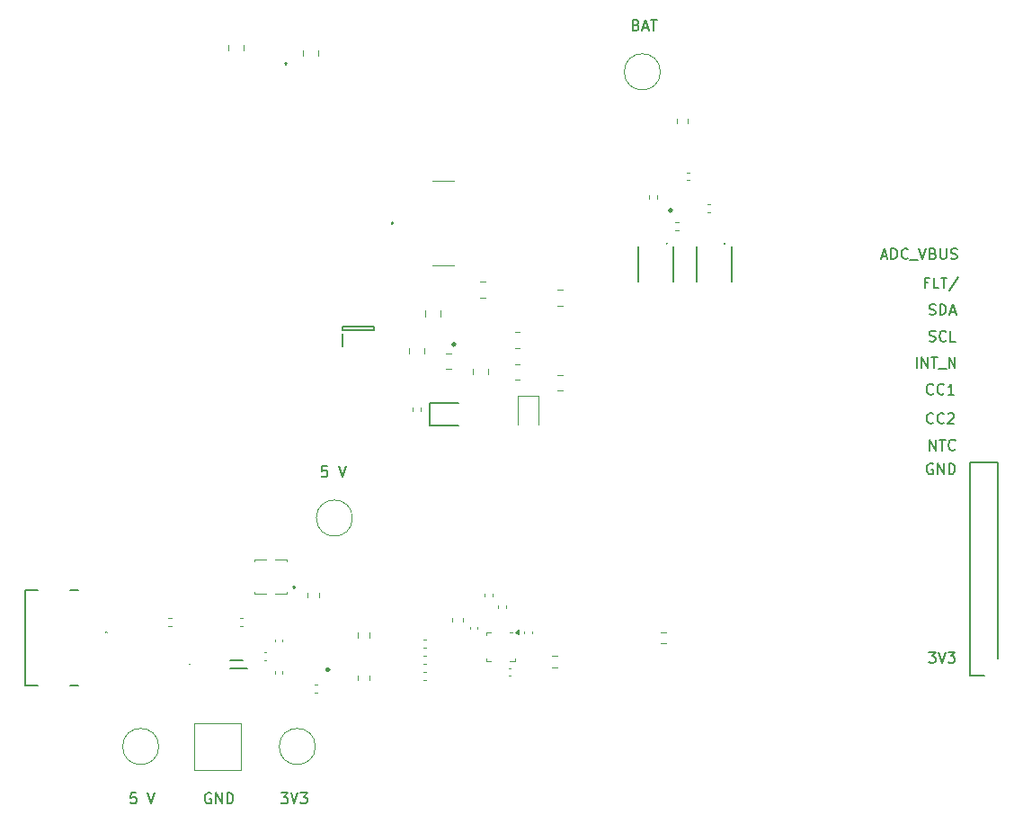
<source format=gbr>
%TF.GenerationSoftware,KiCad,Pcbnew,8.0.8*%
%TF.CreationDate,2025-03-29T17:39:48+01:00*%
%TF.ProjectId,eps,6570732e-6b69-4636-9164-5f7063625858,rev?*%
%TF.SameCoordinates,PX55d4a80PY8044ea0*%
%TF.FileFunction,Legend,Top*%
%TF.FilePolarity,Positive*%
%FSLAX46Y46*%
G04 Gerber Fmt 4.6, Leading zero omitted, Abs format (unit mm)*
G04 Created by KiCad (PCBNEW 8.0.8) date 2025-03-29 17:39:48*
%MOMM*%
%LPD*%
G01*
G04 APERTURE LIST*
%ADD10C,0.150000*%
%ADD11C,0.200000*%
%ADD12C,0.100000*%
%ADD13C,0.120000*%
%ADD14C,0.250000*%
G04 APERTURE END LIST*
D10*
X85336779Y45630181D02*
X85336779Y46630181D01*
X85336779Y46630181D02*
X85908207Y45630181D01*
X85908207Y45630181D02*
X85908207Y46630181D01*
X86241541Y46630181D02*
X86812969Y46630181D01*
X86527255Y45630181D02*
X86527255Y46630181D01*
X87717731Y45725420D02*
X87670112Y45677800D01*
X87670112Y45677800D02*
X87527255Y45630181D01*
X87527255Y45630181D02*
X87432017Y45630181D01*
X87432017Y45630181D02*
X87289160Y45677800D01*
X87289160Y45677800D02*
X87193922Y45773039D01*
X87193922Y45773039D02*
X87146303Y45868277D01*
X87146303Y45868277D02*
X87098684Y46058753D01*
X87098684Y46058753D02*
X87098684Y46201610D01*
X87098684Y46201610D02*
X87146303Y46392086D01*
X87146303Y46392086D02*
X87193922Y46487324D01*
X87193922Y46487324D02*
X87289160Y46582562D01*
X87289160Y46582562D02*
X87432017Y46630181D01*
X87432017Y46630181D02*
X87527255Y46630181D01*
X87527255Y46630181D02*
X87670112Y46582562D01*
X87670112Y46582562D02*
X87717731Y46534943D01*
X28562969Y44130181D02*
X28086779Y44130181D01*
X28086779Y44130181D02*
X28039160Y43653991D01*
X28039160Y43653991D02*
X28086779Y43701610D01*
X28086779Y43701610D02*
X28182017Y43749229D01*
X28182017Y43749229D02*
X28420112Y43749229D01*
X28420112Y43749229D02*
X28515350Y43701610D01*
X28515350Y43701610D02*
X28562969Y43653991D01*
X28562969Y43653991D02*
X28610588Y43558753D01*
X28610588Y43558753D02*
X28610588Y43320658D01*
X28610588Y43320658D02*
X28562969Y43225420D01*
X28562969Y43225420D02*
X28515350Y43177800D01*
X28515350Y43177800D02*
X28420112Y43130181D01*
X28420112Y43130181D02*
X28182017Y43130181D01*
X28182017Y43130181D02*
X28086779Y43177800D01*
X28086779Y43177800D02*
X28039160Y43225420D01*
X29658208Y44130181D02*
X29991541Y43130181D01*
X29991541Y43130181D02*
X30324874Y44130181D01*
X85658207Y50975420D02*
X85610588Y50927800D01*
X85610588Y50927800D02*
X85467731Y50880181D01*
X85467731Y50880181D02*
X85372493Y50880181D01*
X85372493Y50880181D02*
X85229636Y50927800D01*
X85229636Y50927800D02*
X85134398Y51023039D01*
X85134398Y51023039D02*
X85086779Y51118277D01*
X85086779Y51118277D02*
X85039160Y51308753D01*
X85039160Y51308753D02*
X85039160Y51451610D01*
X85039160Y51451610D02*
X85086779Y51642086D01*
X85086779Y51642086D02*
X85134398Y51737324D01*
X85134398Y51737324D02*
X85229636Y51832562D01*
X85229636Y51832562D02*
X85372493Y51880181D01*
X85372493Y51880181D02*
X85467731Y51880181D01*
X85467731Y51880181D02*
X85610588Y51832562D01*
X85610588Y51832562D02*
X85658207Y51784943D01*
X86658207Y50975420D02*
X86610588Y50927800D01*
X86610588Y50927800D02*
X86467731Y50880181D01*
X86467731Y50880181D02*
X86372493Y50880181D01*
X86372493Y50880181D02*
X86229636Y50927800D01*
X86229636Y50927800D02*
X86134398Y51023039D01*
X86134398Y51023039D02*
X86086779Y51118277D01*
X86086779Y51118277D02*
X86039160Y51308753D01*
X86039160Y51308753D02*
X86039160Y51451610D01*
X86039160Y51451610D02*
X86086779Y51642086D01*
X86086779Y51642086D02*
X86134398Y51737324D01*
X86134398Y51737324D02*
X86229636Y51832562D01*
X86229636Y51832562D02*
X86372493Y51880181D01*
X86372493Y51880181D02*
X86467731Y51880181D01*
X86467731Y51880181D02*
X86610588Y51832562D01*
X86610588Y51832562D02*
X86658207Y51784943D01*
X87610588Y50880181D02*
X87039160Y50880181D01*
X87324874Y50880181D02*
X87324874Y51880181D01*
X87324874Y51880181D02*
X87229636Y51737324D01*
X87229636Y51737324D02*
X87134398Y51642086D01*
X87134398Y51642086D02*
X87039160Y51594467D01*
X85241541Y26630181D02*
X85860588Y26630181D01*
X85860588Y26630181D02*
X85527255Y26249229D01*
X85527255Y26249229D02*
X85670112Y26249229D01*
X85670112Y26249229D02*
X85765350Y26201610D01*
X85765350Y26201610D02*
X85812969Y26153991D01*
X85812969Y26153991D02*
X85860588Y26058753D01*
X85860588Y26058753D02*
X85860588Y25820658D01*
X85860588Y25820658D02*
X85812969Y25725420D01*
X85812969Y25725420D02*
X85765350Y25677800D01*
X85765350Y25677800D02*
X85670112Y25630181D01*
X85670112Y25630181D02*
X85384398Y25630181D01*
X85384398Y25630181D02*
X85289160Y25677800D01*
X85289160Y25677800D02*
X85241541Y25725420D01*
X86146303Y26630181D02*
X86479636Y25630181D01*
X86479636Y25630181D02*
X86812969Y26630181D01*
X87051065Y26630181D02*
X87670112Y26630181D01*
X87670112Y26630181D02*
X87336779Y26249229D01*
X87336779Y26249229D02*
X87479636Y26249229D01*
X87479636Y26249229D02*
X87574874Y26201610D01*
X87574874Y26201610D02*
X87622493Y26153991D01*
X87622493Y26153991D02*
X87670112Y26058753D01*
X87670112Y26058753D02*
X87670112Y25820658D01*
X87670112Y25820658D02*
X87622493Y25725420D01*
X87622493Y25725420D02*
X87574874Y25677800D01*
X87574874Y25677800D02*
X87479636Y25630181D01*
X87479636Y25630181D02*
X87193922Y25630181D01*
X87193922Y25630181D02*
X87098684Y25677800D01*
X87098684Y25677800D02*
X87051065Y25725420D01*
X17610588Y13332562D02*
X17515350Y13380181D01*
X17515350Y13380181D02*
X17372493Y13380181D01*
X17372493Y13380181D02*
X17229636Y13332562D01*
X17229636Y13332562D02*
X17134398Y13237324D01*
X17134398Y13237324D02*
X17086779Y13142086D01*
X17086779Y13142086D02*
X17039160Y12951610D01*
X17039160Y12951610D02*
X17039160Y12808753D01*
X17039160Y12808753D02*
X17086779Y12618277D01*
X17086779Y12618277D02*
X17134398Y12523039D01*
X17134398Y12523039D02*
X17229636Y12427800D01*
X17229636Y12427800D02*
X17372493Y12380181D01*
X17372493Y12380181D02*
X17467731Y12380181D01*
X17467731Y12380181D02*
X17610588Y12427800D01*
X17610588Y12427800D02*
X17658207Y12475420D01*
X17658207Y12475420D02*
X17658207Y12808753D01*
X17658207Y12808753D02*
X17467731Y12808753D01*
X18086779Y12380181D02*
X18086779Y13380181D01*
X18086779Y13380181D02*
X18658207Y12380181D01*
X18658207Y12380181D02*
X18658207Y13380181D01*
X19134398Y12380181D02*
X19134398Y13380181D01*
X19134398Y13380181D02*
X19372493Y13380181D01*
X19372493Y13380181D02*
X19515350Y13332562D01*
X19515350Y13332562D02*
X19610588Y13237324D01*
X19610588Y13237324D02*
X19658207Y13142086D01*
X19658207Y13142086D02*
X19705826Y12951610D01*
X19705826Y12951610D02*
X19705826Y12808753D01*
X19705826Y12808753D02*
X19658207Y12618277D01*
X19658207Y12618277D02*
X19610588Y12523039D01*
X19610588Y12523039D02*
X19515350Y12427800D01*
X19515350Y12427800D02*
X19372493Y12380181D01*
X19372493Y12380181D02*
X19134398Y12380181D01*
X85610588Y44332562D02*
X85515350Y44380181D01*
X85515350Y44380181D02*
X85372493Y44380181D01*
X85372493Y44380181D02*
X85229636Y44332562D01*
X85229636Y44332562D02*
X85134398Y44237324D01*
X85134398Y44237324D02*
X85086779Y44142086D01*
X85086779Y44142086D02*
X85039160Y43951610D01*
X85039160Y43951610D02*
X85039160Y43808753D01*
X85039160Y43808753D02*
X85086779Y43618277D01*
X85086779Y43618277D02*
X85134398Y43523039D01*
X85134398Y43523039D02*
X85229636Y43427800D01*
X85229636Y43427800D02*
X85372493Y43380181D01*
X85372493Y43380181D02*
X85467731Y43380181D01*
X85467731Y43380181D02*
X85610588Y43427800D01*
X85610588Y43427800D02*
X85658207Y43475420D01*
X85658207Y43475420D02*
X85658207Y43808753D01*
X85658207Y43808753D02*
X85467731Y43808753D01*
X86086779Y43380181D02*
X86086779Y44380181D01*
X86086779Y44380181D02*
X86658207Y43380181D01*
X86658207Y43380181D02*
X86658207Y44380181D01*
X87134398Y43380181D02*
X87134398Y44380181D01*
X87134398Y44380181D02*
X87372493Y44380181D01*
X87372493Y44380181D02*
X87515350Y44332562D01*
X87515350Y44332562D02*
X87610588Y44237324D01*
X87610588Y44237324D02*
X87658207Y44142086D01*
X87658207Y44142086D02*
X87705826Y43951610D01*
X87705826Y43951610D02*
X87705826Y43808753D01*
X87705826Y43808753D02*
X87658207Y43618277D01*
X87658207Y43618277D02*
X87610588Y43523039D01*
X87610588Y43523039D02*
X87515350Y43427800D01*
X87515350Y43427800D02*
X87372493Y43380181D01*
X87372493Y43380181D02*
X87134398Y43380181D01*
X85170112Y61403991D02*
X84836779Y61403991D01*
X84836779Y60880181D02*
X84836779Y61880181D01*
X84836779Y61880181D02*
X85312969Y61880181D01*
X86170112Y60880181D02*
X85693922Y60880181D01*
X85693922Y60880181D02*
X85693922Y61880181D01*
X86360589Y61880181D02*
X86932017Y61880181D01*
X86646303Y60880181D02*
X86646303Y61880181D01*
X87979636Y61927800D02*
X87122494Y60642086D01*
X85289160Y58427800D02*
X85432017Y58380181D01*
X85432017Y58380181D02*
X85670112Y58380181D01*
X85670112Y58380181D02*
X85765350Y58427800D01*
X85765350Y58427800D02*
X85812969Y58475420D01*
X85812969Y58475420D02*
X85860588Y58570658D01*
X85860588Y58570658D02*
X85860588Y58665896D01*
X85860588Y58665896D02*
X85812969Y58761134D01*
X85812969Y58761134D02*
X85765350Y58808753D01*
X85765350Y58808753D02*
X85670112Y58856372D01*
X85670112Y58856372D02*
X85479636Y58903991D01*
X85479636Y58903991D02*
X85384398Y58951610D01*
X85384398Y58951610D02*
X85336779Y58999229D01*
X85336779Y58999229D02*
X85289160Y59094467D01*
X85289160Y59094467D02*
X85289160Y59189705D01*
X85289160Y59189705D02*
X85336779Y59284943D01*
X85336779Y59284943D02*
X85384398Y59332562D01*
X85384398Y59332562D02*
X85479636Y59380181D01*
X85479636Y59380181D02*
X85717731Y59380181D01*
X85717731Y59380181D02*
X85860588Y59332562D01*
X86289160Y58380181D02*
X86289160Y59380181D01*
X86289160Y59380181D02*
X86527255Y59380181D01*
X86527255Y59380181D02*
X86670112Y59332562D01*
X86670112Y59332562D02*
X86765350Y59237324D01*
X86765350Y59237324D02*
X86812969Y59142086D01*
X86812969Y59142086D02*
X86860588Y58951610D01*
X86860588Y58951610D02*
X86860588Y58808753D01*
X86860588Y58808753D02*
X86812969Y58618277D01*
X86812969Y58618277D02*
X86765350Y58523039D01*
X86765350Y58523039D02*
X86670112Y58427800D01*
X86670112Y58427800D02*
X86527255Y58380181D01*
X86527255Y58380181D02*
X86289160Y58380181D01*
X87241541Y58665896D02*
X87717731Y58665896D01*
X87146303Y58380181D02*
X87479636Y59380181D01*
X87479636Y59380181D02*
X87812969Y58380181D01*
X84086779Y53380181D02*
X84086779Y54380181D01*
X84562969Y53380181D02*
X84562969Y54380181D01*
X84562969Y54380181D02*
X85134397Y53380181D01*
X85134397Y53380181D02*
X85134397Y54380181D01*
X85467731Y54380181D02*
X86039159Y54380181D01*
X85753445Y53380181D02*
X85753445Y54380181D01*
X86134398Y53284943D02*
X86896302Y53284943D01*
X87134398Y53380181D02*
X87134398Y54380181D01*
X87134398Y54380181D02*
X87705826Y53380181D01*
X87705826Y53380181D02*
X87705826Y54380181D01*
X85658207Y48225420D02*
X85610588Y48177800D01*
X85610588Y48177800D02*
X85467731Y48130181D01*
X85467731Y48130181D02*
X85372493Y48130181D01*
X85372493Y48130181D02*
X85229636Y48177800D01*
X85229636Y48177800D02*
X85134398Y48273039D01*
X85134398Y48273039D02*
X85086779Y48368277D01*
X85086779Y48368277D02*
X85039160Y48558753D01*
X85039160Y48558753D02*
X85039160Y48701610D01*
X85039160Y48701610D02*
X85086779Y48892086D01*
X85086779Y48892086D02*
X85134398Y48987324D01*
X85134398Y48987324D02*
X85229636Y49082562D01*
X85229636Y49082562D02*
X85372493Y49130181D01*
X85372493Y49130181D02*
X85467731Y49130181D01*
X85467731Y49130181D02*
X85610588Y49082562D01*
X85610588Y49082562D02*
X85658207Y49034943D01*
X86658207Y48225420D02*
X86610588Y48177800D01*
X86610588Y48177800D02*
X86467731Y48130181D01*
X86467731Y48130181D02*
X86372493Y48130181D01*
X86372493Y48130181D02*
X86229636Y48177800D01*
X86229636Y48177800D02*
X86134398Y48273039D01*
X86134398Y48273039D02*
X86086779Y48368277D01*
X86086779Y48368277D02*
X86039160Y48558753D01*
X86039160Y48558753D02*
X86039160Y48701610D01*
X86039160Y48701610D02*
X86086779Y48892086D01*
X86086779Y48892086D02*
X86134398Y48987324D01*
X86134398Y48987324D02*
X86229636Y49082562D01*
X86229636Y49082562D02*
X86372493Y49130181D01*
X86372493Y49130181D02*
X86467731Y49130181D01*
X86467731Y49130181D02*
X86610588Y49082562D01*
X86610588Y49082562D02*
X86658207Y49034943D01*
X87039160Y49034943D02*
X87086779Y49082562D01*
X87086779Y49082562D02*
X87182017Y49130181D01*
X87182017Y49130181D02*
X87420112Y49130181D01*
X87420112Y49130181D02*
X87515350Y49082562D01*
X87515350Y49082562D02*
X87562969Y49034943D01*
X87562969Y49034943D02*
X87610588Y48939705D01*
X87610588Y48939705D02*
X87610588Y48844467D01*
X87610588Y48844467D02*
X87562969Y48701610D01*
X87562969Y48701610D02*
X86991541Y48130181D01*
X86991541Y48130181D02*
X87610588Y48130181D01*
X10562969Y13380181D02*
X10086779Y13380181D01*
X10086779Y13380181D02*
X10039160Y12903991D01*
X10039160Y12903991D02*
X10086779Y12951610D01*
X10086779Y12951610D02*
X10182017Y12999229D01*
X10182017Y12999229D02*
X10420112Y12999229D01*
X10420112Y12999229D02*
X10515350Y12951610D01*
X10515350Y12951610D02*
X10562969Y12903991D01*
X10562969Y12903991D02*
X10610588Y12808753D01*
X10610588Y12808753D02*
X10610588Y12570658D01*
X10610588Y12570658D02*
X10562969Y12475420D01*
X10562969Y12475420D02*
X10515350Y12427800D01*
X10515350Y12427800D02*
X10420112Y12380181D01*
X10420112Y12380181D02*
X10182017Y12380181D01*
X10182017Y12380181D02*
X10086779Y12427800D01*
X10086779Y12427800D02*
X10039160Y12475420D01*
X11658208Y13380181D02*
X11991541Y12380181D01*
X11991541Y12380181D02*
X12324874Y13380181D01*
X80789160Y63915896D02*
X81265350Y63915896D01*
X80693922Y63630181D02*
X81027255Y64630181D01*
X81027255Y64630181D02*
X81360588Y63630181D01*
X81693922Y63630181D02*
X81693922Y64630181D01*
X81693922Y64630181D02*
X81932017Y64630181D01*
X81932017Y64630181D02*
X82074874Y64582562D01*
X82074874Y64582562D02*
X82170112Y64487324D01*
X82170112Y64487324D02*
X82217731Y64392086D01*
X82217731Y64392086D02*
X82265350Y64201610D01*
X82265350Y64201610D02*
X82265350Y64058753D01*
X82265350Y64058753D02*
X82217731Y63868277D01*
X82217731Y63868277D02*
X82170112Y63773039D01*
X82170112Y63773039D02*
X82074874Y63677800D01*
X82074874Y63677800D02*
X81932017Y63630181D01*
X81932017Y63630181D02*
X81693922Y63630181D01*
X83265350Y63725420D02*
X83217731Y63677800D01*
X83217731Y63677800D02*
X83074874Y63630181D01*
X83074874Y63630181D02*
X82979636Y63630181D01*
X82979636Y63630181D02*
X82836779Y63677800D01*
X82836779Y63677800D02*
X82741541Y63773039D01*
X82741541Y63773039D02*
X82693922Y63868277D01*
X82693922Y63868277D02*
X82646303Y64058753D01*
X82646303Y64058753D02*
X82646303Y64201610D01*
X82646303Y64201610D02*
X82693922Y64392086D01*
X82693922Y64392086D02*
X82741541Y64487324D01*
X82741541Y64487324D02*
X82836779Y64582562D01*
X82836779Y64582562D02*
X82979636Y64630181D01*
X82979636Y64630181D02*
X83074874Y64630181D01*
X83074874Y64630181D02*
X83217731Y64582562D01*
X83217731Y64582562D02*
X83265350Y64534943D01*
X83455827Y63534943D02*
X84217731Y63534943D01*
X84312970Y64630181D02*
X84646303Y63630181D01*
X84646303Y63630181D02*
X84979636Y64630181D01*
X85646303Y64153991D02*
X85789160Y64106372D01*
X85789160Y64106372D02*
X85836779Y64058753D01*
X85836779Y64058753D02*
X85884398Y63963515D01*
X85884398Y63963515D02*
X85884398Y63820658D01*
X85884398Y63820658D02*
X85836779Y63725420D01*
X85836779Y63725420D02*
X85789160Y63677800D01*
X85789160Y63677800D02*
X85693922Y63630181D01*
X85693922Y63630181D02*
X85312970Y63630181D01*
X85312970Y63630181D02*
X85312970Y64630181D01*
X85312970Y64630181D02*
X85646303Y64630181D01*
X85646303Y64630181D02*
X85741541Y64582562D01*
X85741541Y64582562D02*
X85789160Y64534943D01*
X85789160Y64534943D02*
X85836779Y64439705D01*
X85836779Y64439705D02*
X85836779Y64344467D01*
X85836779Y64344467D02*
X85789160Y64249229D01*
X85789160Y64249229D02*
X85741541Y64201610D01*
X85741541Y64201610D02*
X85646303Y64153991D01*
X85646303Y64153991D02*
X85312970Y64153991D01*
X86312970Y64630181D02*
X86312970Y63820658D01*
X86312970Y63820658D02*
X86360589Y63725420D01*
X86360589Y63725420D02*
X86408208Y63677800D01*
X86408208Y63677800D02*
X86503446Y63630181D01*
X86503446Y63630181D02*
X86693922Y63630181D01*
X86693922Y63630181D02*
X86789160Y63677800D01*
X86789160Y63677800D02*
X86836779Y63725420D01*
X86836779Y63725420D02*
X86884398Y63820658D01*
X86884398Y63820658D02*
X86884398Y64630181D01*
X87312970Y63677800D02*
X87455827Y63630181D01*
X87455827Y63630181D02*
X87693922Y63630181D01*
X87693922Y63630181D02*
X87789160Y63677800D01*
X87789160Y63677800D02*
X87836779Y63725420D01*
X87836779Y63725420D02*
X87884398Y63820658D01*
X87884398Y63820658D02*
X87884398Y63915896D01*
X87884398Y63915896D02*
X87836779Y64011134D01*
X87836779Y64011134D02*
X87789160Y64058753D01*
X87789160Y64058753D02*
X87693922Y64106372D01*
X87693922Y64106372D02*
X87503446Y64153991D01*
X87503446Y64153991D02*
X87408208Y64201610D01*
X87408208Y64201610D02*
X87360589Y64249229D01*
X87360589Y64249229D02*
X87312970Y64344467D01*
X87312970Y64344467D02*
X87312970Y64439705D01*
X87312970Y64439705D02*
X87360589Y64534943D01*
X87360589Y64534943D02*
X87408208Y64582562D01*
X87408208Y64582562D02*
X87503446Y64630181D01*
X87503446Y64630181D02*
X87741541Y64630181D01*
X87741541Y64630181D02*
X87884398Y64582562D01*
X85289160Y55927800D02*
X85432017Y55880181D01*
X85432017Y55880181D02*
X85670112Y55880181D01*
X85670112Y55880181D02*
X85765350Y55927800D01*
X85765350Y55927800D02*
X85812969Y55975420D01*
X85812969Y55975420D02*
X85860588Y56070658D01*
X85860588Y56070658D02*
X85860588Y56165896D01*
X85860588Y56165896D02*
X85812969Y56261134D01*
X85812969Y56261134D02*
X85765350Y56308753D01*
X85765350Y56308753D02*
X85670112Y56356372D01*
X85670112Y56356372D02*
X85479636Y56403991D01*
X85479636Y56403991D02*
X85384398Y56451610D01*
X85384398Y56451610D02*
X85336779Y56499229D01*
X85336779Y56499229D02*
X85289160Y56594467D01*
X85289160Y56594467D02*
X85289160Y56689705D01*
X85289160Y56689705D02*
X85336779Y56784943D01*
X85336779Y56784943D02*
X85384398Y56832562D01*
X85384398Y56832562D02*
X85479636Y56880181D01*
X85479636Y56880181D02*
X85717731Y56880181D01*
X85717731Y56880181D02*
X85860588Y56832562D01*
X86860588Y55975420D02*
X86812969Y55927800D01*
X86812969Y55927800D02*
X86670112Y55880181D01*
X86670112Y55880181D02*
X86574874Y55880181D01*
X86574874Y55880181D02*
X86432017Y55927800D01*
X86432017Y55927800D02*
X86336779Y56023039D01*
X86336779Y56023039D02*
X86289160Y56118277D01*
X86289160Y56118277D02*
X86241541Y56308753D01*
X86241541Y56308753D02*
X86241541Y56451610D01*
X86241541Y56451610D02*
X86289160Y56642086D01*
X86289160Y56642086D02*
X86336779Y56737324D01*
X86336779Y56737324D02*
X86432017Y56832562D01*
X86432017Y56832562D02*
X86574874Y56880181D01*
X86574874Y56880181D02*
X86670112Y56880181D01*
X86670112Y56880181D02*
X86812969Y56832562D01*
X86812969Y56832562D02*
X86860588Y56784943D01*
X87765350Y55880181D02*
X87289160Y55880181D01*
X87289160Y55880181D02*
X87289160Y56880181D01*
X57670112Y85653991D02*
X57812969Y85606372D01*
X57812969Y85606372D02*
X57860588Y85558753D01*
X57860588Y85558753D02*
X57908207Y85463515D01*
X57908207Y85463515D02*
X57908207Y85320658D01*
X57908207Y85320658D02*
X57860588Y85225420D01*
X57860588Y85225420D02*
X57812969Y85177800D01*
X57812969Y85177800D02*
X57717731Y85130181D01*
X57717731Y85130181D02*
X57336779Y85130181D01*
X57336779Y85130181D02*
X57336779Y86130181D01*
X57336779Y86130181D02*
X57670112Y86130181D01*
X57670112Y86130181D02*
X57765350Y86082562D01*
X57765350Y86082562D02*
X57812969Y86034943D01*
X57812969Y86034943D02*
X57860588Y85939705D01*
X57860588Y85939705D02*
X57860588Y85844467D01*
X57860588Y85844467D02*
X57812969Y85749229D01*
X57812969Y85749229D02*
X57765350Y85701610D01*
X57765350Y85701610D02*
X57670112Y85653991D01*
X57670112Y85653991D02*
X57336779Y85653991D01*
X58289160Y85415896D02*
X58765350Y85415896D01*
X58193922Y85130181D02*
X58527255Y86130181D01*
X58527255Y86130181D02*
X58860588Y85130181D01*
X59051065Y86130181D02*
X59622493Y86130181D01*
X59336779Y85130181D02*
X59336779Y86130181D01*
X24241541Y13380181D02*
X24860588Y13380181D01*
X24860588Y13380181D02*
X24527255Y12999229D01*
X24527255Y12999229D02*
X24670112Y12999229D01*
X24670112Y12999229D02*
X24765350Y12951610D01*
X24765350Y12951610D02*
X24812969Y12903991D01*
X24812969Y12903991D02*
X24860588Y12808753D01*
X24860588Y12808753D02*
X24860588Y12570658D01*
X24860588Y12570658D02*
X24812969Y12475420D01*
X24812969Y12475420D02*
X24765350Y12427800D01*
X24765350Y12427800D02*
X24670112Y12380181D01*
X24670112Y12380181D02*
X24384398Y12380181D01*
X24384398Y12380181D02*
X24289160Y12427800D01*
X24289160Y12427800D02*
X24241541Y12475420D01*
X25146303Y13380181D02*
X25479636Y12380181D01*
X25479636Y12380181D02*
X25812969Y13380181D01*
X26051065Y13380181D02*
X26670112Y13380181D01*
X26670112Y13380181D02*
X26336779Y12999229D01*
X26336779Y12999229D02*
X26479636Y12999229D01*
X26479636Y12999229D02*
X26574874Y12951610D01*
X26574874Y12951610D02*
X26622493Y12903991D01*
X26622493Y12903991D02*
X26670112Y12808753D01*
X26670112Y12808753D02*
X26670112Y12570658D01*
X26670112Y12570658D02*
X26622493Y12475420D01*
X26622493Y12475420D02*
X26574874Y12427800D01*
X26574874Y12427800D02*
X26479636Y12380181D01*
X26479636Y12380181D02*
X26193922Y12380181D01*
X26193922Y12380181D02*
X26098684Y12427800D01*
X26098684Y12427800D02*
X26051065Y12475420D01*
D11*
%TO.C,J1*%
X5133000Y32470000D02*
X4333000Y32470000D01*
X150000Y32470000D02*
X1333000Y32470000D01*
D12*
X7800000Y28500000D02*
X7800000Y28500000D01*
X7700000Y28500000D02*
X7700000Y28500000D01*
D11*
X5133000Y23530000D02*
X4333000Y23530000D01*
X1333000Y23530000D02*
X150000Y23530000D01*
X150000Y23530000D02*
X150000Y32470000D01*
D12*
X7800000Y28500000D02*
G75*
G02*
X7700000Y28500000I-50000J0D01*
G01*
X7700000Y28500000D02*
G75*
G02*
X7800000Y28500000I50000J0D01*
G01*
D11*
%TO.C,Q1*%
X63350000Y64790000D02*
X63350000Y61490000D01*
X66650000Y61490000D02*
X66650000Y64790000D01*
X66028000Y65086000D02*
G75*
G02*
X65974000Y65086000I-27000J0D01*
G01*
X65974000Y65086000D02*
G75*
G02*
X66028000Y65086000I27000J0D01*
G01*
D13*
%TO.C,R16*%
X31477500Y23992742D02*
X31477500Y24467258D01*
X32522500Y23992742D02*
X32522500Y24467258D01*
%TO.C,R7*%
X46272936Y56735000D02*
X46727064Y56735000D01*
X46272936Y55265000D02*
X46727064Y55265000D01*
D12*
%TO.C,D3*%
X15550000Y25500000D02*
X15550000Y25500000D01*
X15650000Y25500000D02*
X15650000Y25500000D01*
X15550000Y25500000D02*
G75*
G02*
X15650000Y25500000I50000J0D01*
G01*
X15650000Y25500000D02*
G75*
G02*
X15550000Y25500000I-50000J0D01*
G01*
D11*
%TO.C,Q2*%
X57900000Y64790000D02*
X57900000Y61490000D01*
X61200000Y61490000D02*
X61200000Y64790000D01*
X60578000Y65086000D02*
G75*
G02*
X60524000Y65086000I-27000J0D01*
G01*
X60524000Y65086000D02*
G75*
G02*
X60578000Y65086000I27000J0D01*
G01*
%TO.C,J8*%
X89100000Y44500000D02*
X89100000Y24455000D01*
X89100000Y24455000D02*
X90500000Y24455000D01*
X91750000Y44500000D02*
X89100000Y44500000D01*
X91750000Y26000000D02*
X91750000Y44500000D01*
D13*
%TO.C,TP5*%
X27450000Y17750000D02*
G75*
G02*
X24050000Y17750000I-1700000J0D01*
G01*
X24050000Y17750000D02*
G75*
G02*
X27450000Y17750000I1700000J0D01*
G01*
%TO.C,R1*%
X61502500Y76847258D02*
X61502500Y76372742D01*
X62547500Y76847258D02*
X62547500Y76372742D01*
%TO.C,C13*%
X40380000Y29536920D02*
X40380000Y29818080D01*
X41400000Y29536920D02*
X41400000Y29818080D01*
%TO.C,IC5*%
X43530000Y28500000D02*
X44005000Y28500000D01*
X43530000Y28275000D02*
X43530000Y28500000D01*
X43530000Y26005000D02*
X43530000Y25780000D01*
X43530000Y25780000D02*
X44005000Y25780000D01*
X45775000Y28520000D02*
X46010000Y28520000D01*
X46250000Y26005000D02*
X46250000Y25780000D01*
X46250000Y25780000D02*
X45775000Y25780000D01*
X46580000Y28280000D02*
X46250000Y28520000D01*
X46580000Y28760000D01*
X46580000Y28280000D01*
G36*
X46580000Y28280000D02*
G01*
X46250000Y28520000D01*
X46580000Y28760000D01*
X46580000Y28280000D01*
G37*
%TO.C,R4*%
X58870000Y69643641D02*
X58870000Y69336359D01*
X59630000Y69643641D02*
X59630000Y69336359D01*
D11*
%TO.C,L1*%
X34700000Y67100000D02*
X34700000Y67100000D01*
X34700000Y66900000D02*
X34700000Y66900000D01*
D12*
X38500000Y71000000D02*
X40500000Y71000000D01*
X38500000Y63000000D02*
X40500000Y63000000D01*
D11*
X34700000Y67100000D02*
G75*
G02*
X34700000Y66900000I0J-100000D01*
G01*
X34700000Y66900000D02*
G75*
G02*
X34700000Y67100000I0J100000D01*
G01*
D13*
%TO.C,TP1*%
X16050000Y19950000D02*
X20450000Y19950000D01*
X16050000Y15550000D02*
X16050000Y19950000D01*
X20450000Y19950000D02*
X20450000Y15550000D01*
X20450000Y15550000D02*
X16050000Y15550000D01*
%TO.C,R22*%
X60012742Y28522500D02*
X60487258Y28522500D01*
X60012742Y27477500D02*
X60487258Y27477500D01*
D11*
%TO.C,IC3*%
X24687000Y82150000D02*
X24687000Y82150000D01*
X24687000Y81950000D02*
X24687000Y81950000D01*
X24687000Y82150000D02*
G75*
G02*
X24687000Y81950000I0J-100000D01*
G01*
X24687000Y81950000D02*
G75*
G02*
X24687000Y82150000I0J100000D01*
G01*
D13*
%TO.C,C11*%
X23640000Y24837836D02*
X23640000Y24622164D01*
X24360000Y24837836D02*
X24360000Y24622164D01*
%TO.C,C1*%
X62442164Y71795000D02*
X62657836Y71795000D01*
X62442164Y71075000D02*
X62657836Y71075000D01*
%TO.C,R3*%
X61653641Y67130000D02*
X61346359Y67130000D01*
X61653641Y66370000D02*
X61346359Y66370000D01*
D14*
%TO.C,IC1*%
X61025000Y68210000D02*
G75*
G02*
X60775000Y68210000I-125000J0D01*
G01*
X60775000Y68210000D02*
G75*
G02*
X61025000Y68210000I125000J0D01*
G01*
D13*
%TO.C,C15*%
X47140000Y28392164D02*
X47140000Y28607836D01*
X47860000Y28392164D02*
X47860000Y28607836D01*
%TO.C,C10*%
X22857836Y26610000D02*
X22642164Y26610000D01*
X22857836Y25890000D02*
X22642164Y25890000D01*
%TO.C,R19*%
X37596359Y26282500D02*
X37903641Y26282500D01*
X37596359Y25522500D02*
X37903641Y25522500D01*
D11*
%TO.C,D1*%
X38200000Y50075000D02*
X38200000Y47925000D01*
X38200000Y47925000D02*
X40900000Y47925000D01*
X40900000Y50075000D02*
X38200000Y50075000D01*
D13*
%TO.C,R15*%
X31477500Y28467258D02*
X31477500Y27992742D01*
X32522500Y28467258D02*
X32522500Y27992742D01*
%TO.C,R14*%
X43370000Y31846359D02*
X43370000Y32153641D01*
X44130000Y31846359D02*
X44130000Y32153641D01*
%TO.C,C8*%
X26265000Y83311252D02*
X26265000Y82788748D01*
X27735000Y83311252D02*
X27735000Y82788748D01*
%TO.C,C12*%
X42030000Y28814664D02*
X42030000Y29030336D01*
X42750000Y28814664D02*
X42750000Y29030336D01*
%TO.C,R2*%
X64371359Y68815000D02*
X64678641Y68815000D01*
X64371359Y68055000D02*
X64678641Y68055000D01*
%TO.C,C7*%
X19265000Y83288748D02*
X19265000Y83811252D01*
X20735000Y83288748D02*
X20735000Y83811252D01*
%TO.C,C14*%
X45642164Y25110000D02*
X45857836Y25110000D01*
X45642164Y24390000D02*
X45857836Y24390000D01*
%TO.C,R20*%
X37606359Y27782500D02*
X37913641Y27782500D01*
X37606359Y27022500D02*
X37913641Y27022500D01*
%TO.C,R6*%
X46272936Y53735000D02*
X46727064Y53735000D01*
X46272936Y52265000D02*
X46727064Y52265000D01*
%TO.C,R11*%
X20346359Y29880000D02*
X20653641Y29880000D01*
X20346359Y29120000D02*
X20653641Y29120000D01*
%TO.C,C4*%
X42988748Y61485000D02*
X43511252Y61485000D01*
X42988748Y60015000D02*
X43511252Y60015000D01*
%TO.C,TP4*%
X59950000Y81250000D02*
G75*
G02*
X56550000Y81250000I-1700000J0D01*
G01*
X56550000Y81250000D02*
G75*
G02*
X59950000Y81250000I1700000J0D01*
G01*
%TO.C,C3*%
X37765000Y58238748D02*
X37765000Y58761252D01*
X39235000Y58238748D02*
X39235000Y58761252D01*
%TO.C,C5*%
X40261252Y54735000D02*
X39738748Y54735000D01*
X40261252Y53265000D02*
X39738748Y53265000D01*
%TO.C,D2*%
X46540000Y50747500D02*
X46540000Y48062500D01*
X48460000Y50747500D02*
X46540000Y50747500D01*
X48460000Y48062500D02*
X48460000Y50747500D01*
%TO.C,R17*%
X27346359Y23610000D02*
X27653641Y23610000D01*
X27346359Y22850000D02*
X27653641Y22850000D01*
D11*
%TO.C,Q3*%
X29990000Y55425000D02*
X29990000Y56575000D01*
X30050000Y57275000D02*
X32950000Y57275000D01*
X30050000Y56925000D02*
X30050000Y57275000D01*
X32950000Y57275000D02*
X32950000Y56925000D01*
X32950000Y56925000D02*
X30050000Y56925000D01*
D13*
%TO.C,C6*%
X42265000Y53311252D02*
X42265000Y52788748D01*
X43735000Y53311252D02*
X43735000Y52788748D01*
%TO.C,R5*%
X36620000Y49346359D02*
X36620000Y49653641D01*
X37380000Y49346359D02*
X37380000Y49653641D01*
D14*
%TO.C,IC4*%
X28760000Y24980000D02*
G75*
G02*
X28510000Y24980000I-125000J0D01*
G01*
X28510000Y24980000D02*
G75*
G02*
X28760000Y24980000I125000J0D01*
G01*
D13*
%TO.C,R18*%
X37596359Y24782500D02*
X37903641Y24782500D01*
X37596359Y24022500D02*
X37903641Y24022500D01*
%TO.C,TP2*%
X12700000Y17750000D02*
G75*
G02*
X9300000Y17750000I-1700000J0D01*
G01*
X9300000Y17750000D02*
G75*
G02*
X12700000Y17750000I1700000J0D01*
G01*
%TO.C,C9*%
X23640000Y27817836D02*
X23640000Y27602164D01*
X24360000Y27817836D02*
X24360000Y27602164D01*
D12*
%TO.C,Q4*%
X21750000Y35315000D02*
X22850000Y35315000D01*
X21750000Y35140000D02*
X21750000Y35315000D01*
X21750000Y32340000D02*
X21750000Y32165000D01*
X21750000Y32165000D02*
X22850000Y32165000D01*
X23650000Y35315000D02*
X24750000Y35315000D01*
X23650000Y32165000D02*
X24750000Y32165000D01*
X24750000Y35315000D02*
X24750000Y35140000D01*
X24750000Y32165000D02*
X24750000Y32340000D01*
D11*
X25450000Y32840000D02*
X25450000Y32840000D01*
X25450000Y32640000D02*
X25450000Y32640000D01*
X25450000Y32840000D02*
G75*
G02*
X25450000Y32640000I0J-100000D01*
G01*
X25450000Y32640000D02*
G75*
G02*
X25450000Y32840000I0J100000D01*
G01*
D14*
%TO.C,IC2*%
X40625000Y55600000D02*
G75*
G02*
X40375000Y55600000I-125000J0D01*
G01*
X40375000Y55600000D02*
G75*
G02*
X40625000Y55600000I125000J0D01*
G01*
D11*
%TO.C,D4*%
X20600000Y25900000D02*
X19400000Y25900000D01*
X21075000Y25100000D02*
X19400000Y25100000D01*
D13*
%TO.C,R9*%
X50727064Y52735000D02*
X50272936Y52735000D01*
X50727064Y51265000D02*
X50272936Y51265000D01*
%TO.C,C2*%
X36265000Y55261252D02*
X36265000Y54738748D01*
X37735000Y55261252D02*
X37735000Y54738748D01*
%TO.C,R12*%
X26727500Y32237258D02*
X26727500Y31762742D01*
X27772500Y32237258D02*
X27772500Y31762742D01*
%TO.C,TP3*%
X30950000Y39250000D02*
G75*
G02*
X27550000Y39250000I-1700000J0D01*
G01*
X27550000Y39250000D02*
G75*
G02*
X30950000Y39250000I1700000J0D01*
G01*
%TO.C,R13*%
X44620000Y30748859D02*
X44620000Y31056141D01*
X45380000Y30748859D02*
X45380000Y31056141D01*
%TO.C,R10*%
X13596359Y29880000D02*
X13903641Y29880000D01*
X13596359Y29120000D02*
X13903641Y29120000D01*
%TO.C,R8*%
X50272936Y60735000D02*
X50727064Y60735000D01*
X50272936Y59265000D02*
X50727064Y59265000D01*
%TO.C,R21*%
X49762742Y26272500D02*
X50237258Y26272500D01*
X49762742Y25227500D02*
X50237258Y25227500D01*
%TD*%
M02*

</source>
